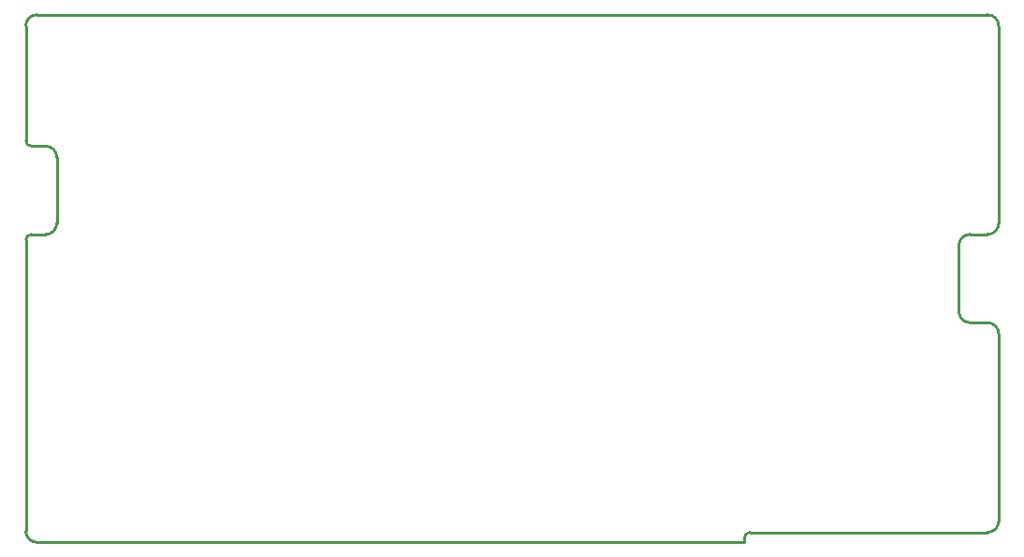
<source format=gko>
G04 Layer_Color=16711935*
%FSLAX25Y25*%
%MOIN*%
G70*
G01*
G75*
%ADD47C,0.01000*%
D47*
X346457Y0D02*
G03*
X342520Y3937I-3937J0D01*
G01*
Y-74410D02*
G03*
X346457Y-70472I0J3937D01*
G01*
X336221Y-74410D02*
G03*
X332283Y-78347I0J-3937D01*
G01*
Y-101969D02*
G03*
X336221Y-105905I3937J0D01*
G01*
X346457Y-109843D02*
G03*
X342520Y-105905I-3937J0D01*
G01*
Y-180709D02*
G03*
X346457Y-176772I0J3937D01*
G01*
X257874Y-180709D02*
G03*
X255906Y-182677I0J-1969D01*
G01*
X0Y-180315D02*
G03*
X3937Y-184252I3937J0D01*
G01*
X1969Y-74410D02*
G03*
X0Y-76378I0J-1969D01*
G01*
X7087Y-74410D02*
G03*
X11024Y-70472I0J3937D01*
G01*
Y-46850D02*
G03*
X7087Y-42913I-3937J0D01*
G01*
X0Y-40945D02*
G03*
X1969Y-42913I1969J0D01*
G01*
X3937Y3937D02*
G03*
X0Y0I0J-3937D01*
G01*
X346457Y-70472D02*
Y0D01*
X332283Y-101969D02*
Y-78347D01*
X336221Y-105905D02*
X342520D01*
X336221Y-74410D02*
X342520D01*
X346457Y-176772D02*
Y-109843D01*
X257874Y-180709D02*
X342520D01*
X255906Y-184252D02*
Y-182677D01*
X3937Y-184252D02*
X255906D01*
X0Y-180315D02*
Y-76378D01*
X1969Y-74410D02*
X7087D01*
X11024Y-70472D02*
Y-46850D01*
X1969Y-42913D02*
X7087D01*
X3937Y3937D02*
X342520D01*
X0Y-40945D02*
Y0D01*
M02*

</source>
